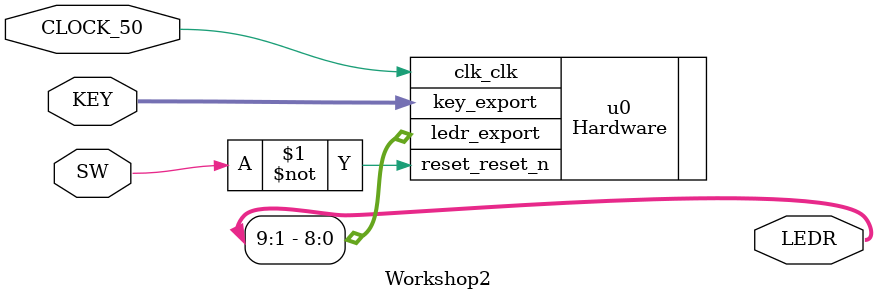
<source format=v>
module Workshop2 (
	input CLOCK_50,
	input [1:0] KEY,
	input [0:0] SW,
	output [9:0] LEDR
	);
		Hardware u0 (
		.clk_clk       (CLOCK_50),       //   clk.clk
		.reset_reset_n (~SW), // reset.reset_n
		.ledr_export   (LEDR[9:1]),   //  ledr.export
		.key_export    (KEY)     //   key.export
	);



endmodule
</source>
